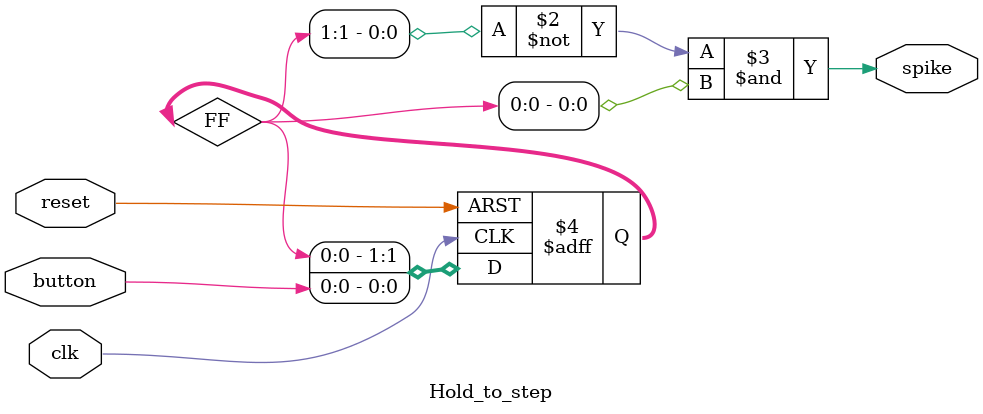
<source format=v>

module Hold_to_step (input clk, input reset, input button, output wire spike);
    reg [1:0] FF;
    
    always @(posedge clk or posedge reset) begin
        if (reset) begin
            FF[1] <= 0;
            FF[0] <= 0;
        end else begin
            FF[0] <= button;
            FF[1] <= FF[0];
        end
    end

    assign spike = ~FF[1] & FF[0];

endmodule
</source>
